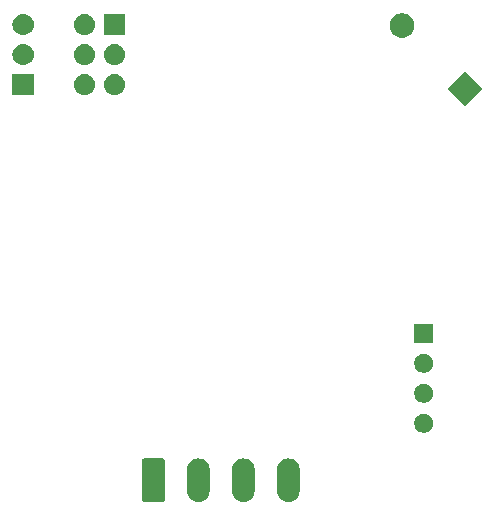
<source format=gbs>
G04 #@! TF.GenerationSoftware,KiCad,Pcbnew,(5.1.2-1)-1*
G04 #@! TF.CreationDate,2019-07-21T21:30:42+01:00*
G04 #@! TF.ProjectId,nfc_reader_module,6e66635f-7265-4616-9465-725f6d6f6475,rev?*
G04 #@! TF.SameCoordinates,Original*
G04 #@! TF.FileFunction,Soldermask,Bot*
G04 #@! TF.FilePolarity,Negative*
%FSLAX46Y46*%
G04 Gerber Fmt 4.6, Leading zero omitted, Abs format (unit mm)*
G04 Created by KiCad (PCBNEW (5.1.2-1)-1) date 2019-07-21 21:30:42*
%MOMM*%
%LPD*%
G04 APERTURE LIST*
%ADD10C,0.100000*%
G04 APERTURE END LIST*
D10*
G36*
X142026424Y-106642760D02*
G01*
X142026427Y-106642761D01*
X142026428Y-106642761D01*
X142205692Y-106697140D01*
X142205695Y-106697142D01*
X142205696Y-106697142D01*
X142370903Y-106785446D01*
X142515712Y-106904288D01*
X142634554Y-107049097D01*
X142722858Y-107214303D01*
X142722860Y-107214307D01*
X142722860Y-107214308D01*
X142777240Y-107393575D01*
X142791000Y-107533282D01*
X142791000Y-109426718D01*
X142777240Y-109566425D01*
X142777239Y-109566428D01*
X142777239Y-109566429D01*
X142722860Y-109745693D01*
X142722858Y-109745696D01*
X142722858Y-109745697D01*
X142634554Y-109910903D01*
X142515712Y-110055712D01*
X142370903Y-110174554D01*
X142223425Y-110253382D01*
X142205693Y-110262860D01*
X142026429Y-110317239D01*
X142026428Y-110317239D01*
X142026425Y-110317240D01*
X141840000Y-110335601D01*
X141653576Y-110317240D01*
X141653573Y-110317239D01*
X141653572Y-110317239D01*
X141474308Y-110262860D01*
X141456576Y-110253382D01*
X141309098Y-110174554D01*
X141164289Y-110055712D01*
X141045447Y-109910903D01*
X140957143Y-109745697D01*
X140957143Y-109745696D01*
X140957141Y-109745693D01*
X140902762Y-109566429D01*
X140902762Y-109566428D01*
X140902761Y-109566425D01*
X140889000Y-109426717D01*
X140889000Y-107533283D01*
X140902760Y-107393576D01*
X140902761Y-107393572D01*
X140957140Y-107214308D01*
X140957143Y-107214303D01*
X141045446Y-107049097D01*
X141164288Y-106904288D01*
X141309097Y-106785446D01*
X141474303Y-106697142D01*
X141474304Y-106697142D01*
X141474307Y-106697140D01*
X141653571Y-106642761D01*
X141653572Y-106642761D01*
X141653575Y-106642760D01*
X141840000Y-106624399D01*
X142026424Y-106642760D01*
X142026424Y-106642760D01*
G37*
G36*
X145836424Y-106642760D02*
G01*
X145836427Y-106642761D01*
X145836428Y-106642761D01*
X146015692Y-106697140D01*
X146015695Y-106697142D01*
X146015696Y-106697142D01*
X146180903Y-106785446D01*
X146325712Y-106904288D01*
X146444554Y-107049097D01*
X146532858Y-107214303D01*
X146532860Y-107214307D01*
X146532860Y-107214308D01*
X146587240Y-107393575D01*
X146601000Y-107533282D01*
X146601000Y-109426718D01*
X146587240Y-109566425D01*
X146587239Y-109566428D01*
X146587239Y-109566429D01*
X146532860Y-109745693D01*
X146532858Y-109745696D01*
X146532858Y-109745697D01*
X146444554Y-109910903D01*
X146325712Y-110055712D01*
X146180903Y-110174554D01*
X146033425Y-110253382D01*
X146015693Y-110262860D01*
X145836429Y-110317239D01*
X145836428Y-110317239D01*
X145836425Y-110317240D01*
X145650000Y-110335601D01*
X145463576Y-110317240D01*
X145463573Y-110317239D01*
X145463572Y-110317239D01*
X145284308Y-110262860D01*
X145266576Y-110253382D01*
X145119098Y-110174554D01*
X144974289Y-110055712D01*
X144855447Y-109910903D01*
X144767143Y-109745697D01*
X144767143Y-109745696D01*
X144767141Y-109745693D01*
X144712762Y-109566429D01*
X144712762Y-109566428D01*
X144712761Y-109566425D01*
X144699000Y-109426717D01*
X144699000Y-107533283D01*
X144712760Y-107393576D01*
X144712761Y-107393572D01*
X144767140Y-107214308D01*
X144767143Y-107214303D01*
X144855446Y-107049097D01*
X144974288Y-106904288D01*
X145119097Y-106785446D01*
X145284303Y-106697142D01*
X145284304Y-106697142D01*
X145284307Y-106697140D01*
X145463571Y-106642761D01*
X145463572Y-106642761D01*
X145463575Y-106642760D01*
X145650000Y-106624399D01*
X145836424Y-106642760D01*
X145836424Y-106642760D01*
G37*
G36*
X149646424Y-106642760D02*
G01*
X149646427Y-106642761D01*
X149646428Y-106642761D01*
X149825692Y-106697140D01*
X149825695Y-106697142D01*
X149825696Y-106697142D01*
X149990903Y-106785446D01*
X150135712Y-106904288D01*
X150254554Y-107049097D01*
X150342858Y-107214303D01*
X150342860Y-107214307D01*
X150342860Y-107214308D01*
X150397240Y-107393575D01*
X150411000Y-107533282D01*
X150411000Y-109426718D01*
X150397240Y-109566425D01*
X150397239Y-109566428D01*
X150397239Y-109566429D01*
X150342860Y-109745693D01*
X150342858Y-109745696D01*
X150342858Y-109745697D01*
X150254554Y-109910903D01*
X150135712Y-110055712D01*
X149990903Y-110174554D01*
X149843425Y-110253382D01*
X149825693Y-110262860D01*
X149646429Y-110317239D01*
X149646428Y-110317239D01*
X149646425Y-110317240D01*
X149460000Y-110335601D01*
X149273576Y-110317240D01*
X149273573Y-110317239D01*
X149273572Y-110317239D01*
X149094308Y-110262860D01*
X149076576Y-110253382D01*
X148929098Y-110174554D01*
X148784289Y-110055712D01*
X148665447Y-109910903D01*
X148577143Y-109745697D01*
X148577143Y-109745696D01*
X148577141Y-109745693D01*
X148522762Y-109566429D01*
X148522762Y-109566428D01*
X148522761Y-109566425D01*
X148509000Y-109426717D01*
X148509000Y-107533283D01*
X148522760Y-107393576D01*
X148522761Y-107393572D01*
X148577140Y-107214308D01*
X148577143Y-107214303D01*
X148665446Y-107049097D01*
X148784288Y-106904288D01*
X148929097Y-106785446D01*
X149094303Y-106697142D01*
X149094304Y-106697142D01*
X149094307Y-106697140D01*
X149273571Y-106642761D01*
X149273572Y-106642761D01*
X149273575Y-106642760D01*
X149460000Y-106624399D01*
X149646424Y-106642760D01*
X149646424Y-106642760D01*
G37*
G36*
X138840915Y-106632934D02*
G01*
X138873424Y-106642795D01*
X138903382Y-106658809D01*
X138929641Y-106680359D01*
X138951191Y-106706618D01*
X138967205Y-106736576D01*
X138977066Y-106769085D01*
X138981000Y-106809029D01*
X138981000Y-110150971D01*
X138977066Y-110190915D01*
X138967205Y-110223424D01*
X138951191Y-110253382D01*
X138929641Y-110279641D01*
X138903382Y-110301191D01*
X138873424Y-110317205D01*
X138840915Y-110327066D01*
X138800971Y-110331000D01*
X137259029Y-110331000D01*
X137219085Y-110327066D01*
X137186576Y-110317205D01*
X137156618Y-110301191D01*
X137130359Y-110279641D01*
X137108809Y-110253382D01*
X137092795Y-110223424D01*
X137082934Y-110190915D01*
X137079000Y-110150971D01*
X137079000Y-106809029D01*
X137082934Y-106769085D01*
X137092795Y-106736576D01*
X137108809Y-106706618D01*
X137130359Y-106680359D01*
X137156618Y-106658809D01*
X137186576Y-106642795D01*
X137219085Y-106632934D01*
X137259029Y-106629000D01*
X138800971Y-106629000D01*
X138840915Y-106632934D01*
X138840915Y-106632934D01*
G37*
G36*
X161167142Y-102868242D02*
G01*
X161315101Y-102929529D01*
X161448255Y-103018499D01*
X161561501Y-103131745D01*
X161650471Y-103264899D01*
X161711758Y-103412858D01*
X161743000Y-103569925D01*
X161743000Y-103730075D01*
X161711758Y-103887142D01*
X161650471Y-104035101D01*
X161561501Y-104168255D01*
X161448255Y-104281501D01*
X161315101Y-104370471D01*
X161167142Y-104431758D01*
X161010075Y-104463000D01*
X160849925Y-104463000D01*
X160692858Y-104431758D01*
X160544899Y-104370471D01*
X160411745Y-104281501D01*
X160298499Y-104168255D01*
X160209529Y-104035101D01*
X160148242Y-103887142D01*
X160117000Y-103730075D01*
X160117000Y-103569925D01*
X160148242Y-103412858D01*
X160209529Y-103264899D01*
X160298499Y-103131745D01*
X160411745Y-103018499D01*
X160544899Y-102929529D01*
X160692858Y-102868242D01*
X160849925Y-102837000D01*
X161010075Y-102837000D01*
X161167142Y-102868242D01*
X161167142Y-102868242D01*
G37*
G36*
X161167142Y-100328242D02*
G01*
X161315101Y-100389529D01*
X161448255Y-100478499D01*
X161561501Y-100591745D01*
X161650471Y-100724899D01*
X161711758Y-100872858D01*
X161743000Y-101029925D01*
X161743000Y-101190075D01*
X161711758Y-101347142D01*
X161650471Y-101495101D01*
X161561501Y-101628255D01*
X161448255Y-101741501D01*
X161315101Y-101830471D01*
X161167142Y-101891758D01*
X161010075Y-101923000D01*
X160849925Y-101923000D01*
X160692858Y-101891758D01*
X160544899Y-101830471D01*
X160411745Y-101741501D01*
X160298499Y-101628255D01*
X160209529Y-101495101D01*
X160148242Y-101347142D01*
X160117000Y-101190075D01*
X160117000Y-101029925D01*
X160148242Y-100872858D01*
X160209529Y-100724899D01*
X160298499Y-100591745D01*
X160411745Y-100478499D01*
X160544899Y-100389529D01*
X160692858Y-100328242D01*
X160849925Y-100297000D01*
X161010075Y-100297000D01*
X161167142Y-100328242D01*
X161167142Y-100328242D01*
G37*
G36*
X161167142Y-97788242D02*
G01*
X161315101Y-97849529D01*
X161448255Y-97938499D01*
X161561501Y-98051745D01*
X161650471Y-98184899D01*
X161711758Y-98332858D01*
X161743000Y-98489925D01*
X161743000Y-98650075D01*
X161711758Y-98807142D01*
X161650471Y-98955101D01*
X161561501Y-99088255D01*
X161448255Y-99201501D01*
X161315101Y-99290471D01*
X161167142Y-99351758D01*
X161010075Y-99383000D01*
X160849925Y-99383000D01*
X160692858Y-99351758D01*
X160544899Y-99290471D01*
X160411745Y-99201501D01*
X160298499Y-99088255D01*
X160209529Y-98955101D01*
X160148242Y-98807142D01*
X160117000Y-98650075D01*
X160117000Y-98489925D01*
X160148242Y-98332858D01*
X160209529Y-98184899D01*
X160298499Y-98051745D01*
X160411745Y-97938499D01*
X160544899Y-97849529D01*
X160692858Y-97788242D01*
X160849925Y-97757000D01*
X161010075Y-97757000D01*
X161167142Y-97788242D01*
X161167142Y-97788242D01*
G37*
G36*
X161743000Y-96843000D02*
G01*
X160117000Y-96843000D01*
X160117000Y-95217000D01*
X161743000Y-95217000D01*
X161743000Y-96843000D01*
X161743000Y-96843000D01*
G37*
G36*
X165936338Y-75350000D02*
G01*
X164450000Y-76836338D01*
X162963662Y-75350000D01*
X164450000Y-73863662D01*
X165936338Y-75350000D01*
X165936338Y-75350000D01*
G37*
G36*
X127901000Y-75871000D02*
G01*
X126099000Y-75871000D01*
X126099000Y-74069000D01*
X127901000Y-74069000D01*
X127901000Y-75871000D01*
X127901000Y-75871000D01*
G37*
G36*
X132310442Y-74075518D02*
G01*
X132376627Y-74082037D01*
X132546466Y-74133557D01*
X132702991Y-74217222D01*
X132738729Y-74246552D01*
X132840186Y-74329814D01*
X132923448Y-74431271D01*
X132952778Y-74467009D01*
X133036443Y-74623534D01*
X133087963Y-74793373D01*
X133105359Y-74970000D01*
X133087963Y-75146627D01*
X133036443Y-75316466D01*
X132952778Y-75472991D01*
X132923448Y-75508729D01*
X132840186Y-75610186D01*
X132738729Y-75693448D01*
X132702991Y-75722778D01*
X132546466Y-75806443D01*
X132376627Y-75857963D01*
X132310443Y-75864481D01*
X132244260Y-75871000D01*
X132155740Y-75871000D01*
X132089557Y-75864481D01*
X132023373Y-75857963D01*
X131853534Y-75806443D01*
X131697009Y-75722778D01*
X131661271Y-75693448D01*
X131559814Y-75610186D01*
X131476552Y-75508729D01*
X131447222Y-75472991D01*
X131363557Y-75316466D01*
X131312037Y-75146627D01*
X131294641Y-74970000D01*
X131312037Y-74793373D01*
X131363557Y-74623534D01*
X131447222Y-74467009D01*
X131476552Y-74431271D01*
X131559814Y-74329814D01*
X131661271Y-74246552D01*
X131697009Y-74217222D01*
X131853534Y-74133557D01*
X132023373Y-74082037D01*
X132089558Y-74075518D01*
X132155740Y-74069000D01*
X132244260Y-74069000D01*
X132310442Y-74075518D01*
X132310442Y-74075518D01*
G37*
G36*
X134850442Y-74075518D02*
G01*
X134916627Y-74082037D01*
X135086466Y-74133557D01*
X135242991Y-74217222D01*
X135278729Y-74246552D01*
X135380186Y-74329814D01*
X135463448Y-74431271D01*
X135492778Y-74467009D01*
X135576443Y-74623534D01*
X135627963Y-74793373D01*
X135645359Y-74970000D01*
X135627963Y-75146627D01*
X135576443Y-75316466D01*
X135492778Y-75472991D01*
X135463448Y-75508729D01*
X135380186Y-75610186D01*
X135278729Y-75693448D01*
X135242991Y-75722778D01*
X135086466Y-75806443D01*
X134916627Y-75857963D01*
X134850443Y-75864481D01*
X134784260Y-75871000D01*
X134695740Y-75871000D01*
X134629557Y-75864481D01*
X134563373Y-75857963D01*
X134393534Y-75806443D01*
X134237009Y-75722778D01*
X134201271Y-75693448D01*
X134099814Y-75610186D01*
X134016552Y-75508729D01*
X133987222Y-75472991D01*
X133903557Y-75316466D01*
X133852037Y-75146627D01*
X133834641Y-74970000D01*
X133852037Y-74793373D01*
X133903557Y-74623534D01*
X133987222Y-74467009D01*
X134016552Y-74431271D01*
X134099814Y-74329814D01*
X134201271Y-74246552D01*
X134237009Y-74217222D01*
X134393534Y-74133557D01*
X134563373Y-74082037D01*
X134629558Y-74075518D01*
X134695740Y-74069000D01*
X134784260Y-74069000D01*
X134850442Y-74075518D01*
X134850442Y-74075518D01*
G37*
G36*
X132310443Y-71535519D02*
G01*
X132376627Y-71542037D01*
X132546466Y-71593557D01*
X132702991Y-71677222D01*
X132738729Y-71706552D01*
X132840186Y-71789814D01*
X132923448Y-71891271D01*
X132952778Y-71927009D01*
X133036443Y-72083534D01*
X133087963Y-72253373D01*
X133105359Y-72430000D01*
X133087963Y-72606627D01*
X133036443Y-72776466D01*
X132952778Y-72932991D01*
X132923448Y-72968729D01*
X132840186Y-73070186D01*
X132738729Y-73153448D01*
X132702991Y-73182778D01*
X132546466Y-73266443D01*
X132376627Y-73317963D01*
X132310443Y-73324481D01*
X132244260Y-73331000D01*
X132155740Y-73331000D01*
X132089557Y-73324481D01*
X132023373Y-73317963D01*
X131853534Y-73266443D01*
X131697009Y-73182778D01*
X131661271Y-73153448D01*
X131559814Y-73070186D01*
X131476552Y-72968729D01*
X131447222Y-72932991D01*
X131363557Y-72776466D01*
X131312037Y-72606627D01*
X131294641Y-72430000D01*
X131312037Y-72253373D01*
X131363557Y-72083534D01*
X131447222Y-71927009D01*
X131476552Y-71891271D01*
X131559814Y-71789814D01*
X131661271Y-71706552D01*
X131697009Y-71677222D01*
X131853534Y-71593557D01*
X132023373Y-71542037D01*
X132089557Y-71535519D01*
X132155740Y-71529000D01*
X132244260Y-71529000D01*
X132310443Y-71535519D01*
X132310443Y-71535519D01*
G37*
G36*
X127110443Y-71535519D02*
G01*
X127176627Y-71542037D01*
X127346466Y-71593557D01*
X127502991Y-71677222D01*
X127538729Y-71706552D01*
X127640186Y-71789814D01*
X127723448Y-71891271D01*
X127752778Y-71927009D01*
X127836443Y-72083534D01*
X127887963Y-72253373D01*
X127905359Y-72430000D01*
X127887963Y-72606627D01*
X127836443Y-72776466D01*
X127752778Y-72932991D01*
X127723448Y-72968729D01*
X127640186Y-73070186D01*
X127538729Y-73153448D01*
X127502991Y-73182778D01*
X127346466Y-73266443D01*
X127176627Y-73317963D01*
X127110443Y-73324481D01*
X127044260Y-73331000D01*
X126955740Y-73331000D01*
X126889557Y-73324481D01*
X126823373Y-73317963D01*
X126653534Y-73266443D01*
X126497009Y-73182778D01*
X126461271Y-73153448D01*
X126359814Y-73070186D01*
X126276552Y-72968729D01*
X126247222Y-72932991D01*
X126163557Y-72776466D01*
X126112037Y-72606627D01*
X126094641Y-72430000D01*
X126112037Y-72253373D01*
X126163557Y-72083534D01*
X126247222Y-71927009D01*
X126276552Y-71891271D01*
X126359814Y-71789814D01*
X126461271Y-71706552D01*
X126497009Y-71677222D01*
X126653534Y-71593557D01*
X126823373Y-71542037D01*
X126889557Y-71535519D01*
X126955740Y-71529000D01*
X127044260Y-71529000D01*
X127110443Y-71535519D01*
X127110443Y-71535519D01*
G37*
G36*
X134850443Y-71535519D02*
G01*
X134916627Y-71542037D01*
X135086466Y-71593557D01*
X135242991Y-71677222D01*
X135278729Y-71706552D01*
X135380186Y-71789814D01*
X135463448Y-71891271D01*
X135492778Y-71927009D01*
X135576443Y-72083534D01*
X135627963Y-72253373D01*
X135645359Y-72430000D01*
X135627963Y-72606627D01*
X135576443Y-72776466D01*
X135492778Y-72932991D01*
X135463448Y-72968729D01*
X135380186Y-73070186D01*
X135278729Y-73153448D01*
X135242991Y-73182778D01*
X135086466Y-73266443D01*
X134916627Y-73317963D01*
X134850443Y-73324481D01*
X134784260Y-73331000D01*
X134695740Y-73331000D01*
X134629557Y-73324481D01*
X134563373Y-73317963D01*
X134393534Y-73266443D01*
X134237009Y-73182778D01*
X134201271Y-73153448D01*
X134099814Y-73070186D01*
X134016552Y-72968729D01*
X133987222Y-72932991D01*
X133903557Y-72776466D01*
X133852037Y-72606627D01*
X133834641Y-72430000D01*
X133852037Y-72253373D01*
X133903557Y-72083534D01*
X133987222Y-71927009D01*
X134016552Y-71891271D01*
X134099814Y-71789814D01*
X134201271Y-71706552D01*
X134237009Y-71677222D01*
X134393534Y-71593557D01*
X134563373Y-71542037D01*
X134629557Y-71535519D01*
X134695740Y-71529000D01*
X134784260Y-71529000D01*
X134850443Y-71535519D01*
X134850443Y-71535519D01*
G37*
G36*
X159382552Y-68965377D02*
G01*
X159573821Y-69044603D01*
X159573823Y-69044604D01*
X159745961Y-69159623D01*
X159892353Y-69306015D01*
X160007373Y-69478155D01*
X160086599Y-69669424D01*
X160126988Y-69872472D01*
X160126988Y-70079504D01*
X160086599Y-70282552D01*
X160007373Y-70473821D01*
X160007372Y-70473823D01*
X159892353Y-70645961D01*
X159745961Y-70792353D01*
X159573823Y-70907372D01*
X159573822Y-70907373D01*
X159573821Y-70907373D01*
X159382552Y-70986599D01*
X159179504Y-71026988D01*
X158972472Y-71026988D01*
X158769424Y-70986599D01*
X158578155Y-70907373D01*
X158578154Y-70907373D01*
X158578153Y-70907372D01*
X158406015Y-70792353D01*
X158259623Y-70645961D01*
X158144604Y-70473823D01*
X158144603Y-70473821D01*
X158065377Y-70282552D01*
X158024988Y-70079504D01*
X158024988Y-69872472D01*
X158065377Y-69669424D01*
X158144603Y-69478155D01*
X158259623Y-69306015D01*
X158406015Y-69159623D01*
X158578153Y-69044604D01*
X158578155Y-69044603D01*
X158769424Y-68965377D01*
X158972472Y-68924988D01*
X159179504Y-68924988D01*
X159382552Y-68965377D01*
X159382552Y-68965377D01*
G37*
G36*
X135641000Y-70791000D02*
G01*
X133839000Y-70791000D01*
X133839000Y-68989000D01*
X135641000Y-68989000D01*
X135641000Y-70791000D01*
X135641000Y-70791000D01*
G37*
G36*
X132310442Y-68995518D02*
G01*
X132376627Y-69002037D01*
X132546466Y-69053557D01*
X132702991Y-69137222D01*
X132738729Y-69166552D01*
X132840186Y-69249814D01*
X132923448Y-69351271D01*
X132952778Y-69387009D01*
X133036443Y-69543534D01*
X133087963Y-69713373D01*
X133105359Y-69890000D01*
X133087963Y-70066627D01*
X133036443Y-70236466D01*
X132952778Y-70392991D01*
X132923448Y-70428729D01*
X132840186Y-70530186D01*
X132738729Y-70613448D01*
X132702991Y-70642778D01*
X132546466Y-70726443D01*
X132376627Y-70777963D01*
X132310442Y-70784482D01*
X132244260Y-70791000D01*
X132155740Y-70791000D01*
X132089558Y-70784482D01*
X132023373Y-70777963D01*
X131853534Y-70726443D01*
X131697009Y-70642778D01*
X131661271Y-70613448D01*
X131559814Y-70530186D01*
X131476552Y-70428729D01*
X131447222Y-70392991D01*
X131363557Y-70236466D01*
X131312037Y-70066627D01*
X131294641Y-69890000D01*
X131312037Y-69713373D01*
X131363557Y-69543534D01*
X131447222Y-69387009D01*
X131476552Y-69351271D01*
X131559814Y-69249814D01*
X131661271Y-69166552D01*
X131697009Y-69137222D01*
X131853534Y-69053557D01*
X132023373Y-69002037D01*
X132089558Y-68995518D01*
X132155740Y-68989000D01*
X132244260Y-68989000D01*
X132310442Y-68995518D01*
X132310442Y-68995518D01*
G37*
G36*
X127110442Y-68995518D02*
G01*
X127176627Y-69002037D01*
X127346466Y-69053557D01*
X127502991Y-69137222D01*
X127538729Y-69166552D01*
X127640186Y-69249814D01*
X127723448Y-69351271D01*
X127752778Y-69387009D01*
X127836443Y-69543534D01*
X127887963Y-69713373D01*
X127905359Y-69890000D01*
X127887963Y-70066627D01*
X127836443Y-70236466D01*
X127752778Y-70392991D01*
X127723448Y-70428729D01*
X127640186Y-70530186D01*
X127538729Y-70613448D01*
X127502991Y-70642778D01*
X127346466Y-70726443D01*
X127176627Y-70777963D01*
X127110442Y-70784482D01*
X127044260Y-70791000D01*
X126955740Y-70791000D01*
X126889558Y-70784482D01*
X126823373Y-70777963D01*
X126653534Y-70726443D01*
X126497009Y-70642778D01*
X126461271Y-70613448D01*
X126359814Y-70530186D01*
X126276552Y-70428729D01*
X126247222Y-70392991D01*
X126163557Y-70236466D01*
X126112037Y-70066627D01*
X126094641Y-69890000D01*
X126112037Y-69713373D01*
X126163557Y-69543534D01*
X126247222Y-69387009D01*
X126276552Y-69351271D01*
X126359814Y-69249814D01*
X126461271Y-69166552D01*
X126497009Y-69137222D01*
X126653534Y-69053557D01*
X126823373Y-69002037D01*
X126889558Y-68995518D01*
X126955740Y-68989000D01*
X127044260Y-68989000D01*
X127110442Y-68995518D01*
X127110442Y-68995518D01*
G37*
M02*

</source>
